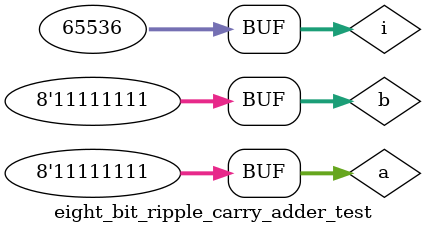
<source format=v>
module eight_bit_ripple_carry_adder_test;
reg [7:0] a, b;
reg cin;
wire [8:0] s;

eight_bit_ripple_carry_adder gate1 (a, b, cin, s);
integer i;
initial begin
	for (i = 0; i < 65536; i = i + 1) 
		begin
			{a, b} = i;
			#20;
		end
	end
endmodule

</source>
